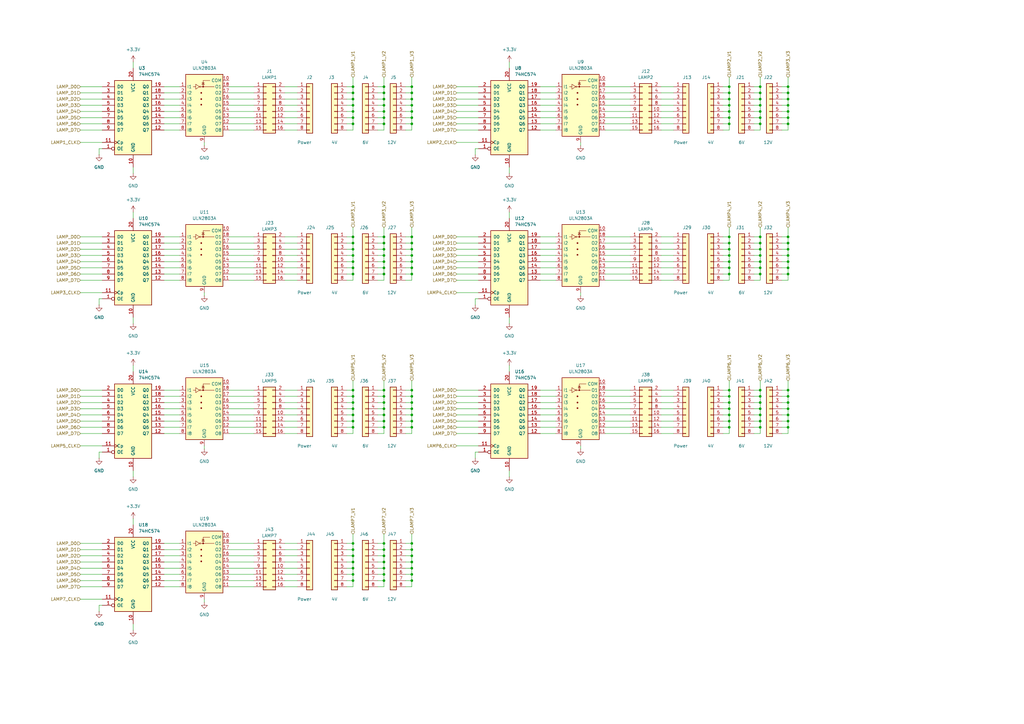
<source format=kicad_sch>
(kicad_sch (version 20231120) (generator "eeschema") (generator_version "8.0")
  (paper "A3")
  (junction (at 144.78 45.72))
  (junction (at 299.085 167.64))
  (junction (at 144.78 48.26))
  (junction (at 323.215 175.26))
  (junction (at 144.78 225.425))
  (junction (at 323.215 170.18))
  (junction (at 299.085 112.395))
  (junction (at 323.215 104.775))
  (junction (at 144.78 38.1))
  (junction (at 299.085 35.56))
  (junction (at 144.78 167.64))
  (junction (at 299.085 48.26))
  (junction (at 157.48 160.02))
  (junction (at 311.785 35.56))
  (junction (at 323.215 112.395))
  (junction (at 144.78 40.64))
  (junction (at 144.78 235.585))
  (junction (at 157.48 99.695))
  (junction (at 144.78 112.395))
  (junction (at 157.48 104.775))
  (junction (at 168.91 48.26))
  (junction (at 311.785 40.64))
  (junction (at 299.085 162.56))
  (junction (at 144.78 43.18))
  (junction (at 311.785 167.64))
  (junction (at 168.91 109.855))
  (junction (at 311.785 99.695))
  (junction (at 144.78 233.045))
  (junction (at 323.215 50.8))
  (junction (at 157.48 235.585))
  (junction (at 299.085 102.235))
  (junction (at 323.215 167.64))
  (junction (at 144.78 107.315))
  (junction (at 311.785 104.775))
  (junction (at 144.78 175.26))
  (junction (at 157.48 109.855))
  (junction (at 168.91 167.64))
  (junction (at 168.91 99.695))
  (junction (at 168.91 35.56))
  (junction (at 144.78 162.56))
  (junction (at 168.91 45.72))
  (junction (at 311.785 162.56))
  (junction (at 157.48 167.64))
  (junction (at 299.085 107.315))
  (junction (at 144.78 104.775))
  (junction (at 157.48 35.56))
  (junction (at 311.785 172.72))
  (junction (at 299.085 45.72))
  (junction (at 144.78 102.235))
  (junction (at 168.91 227.965))
  (junction (at 168.91 235.585))
  (junction (at 144.78 35.56))
  (junction (at 157.48 230.505))
  (junction (at 157.48 48.26))
  (junction (at 299.085 43.18))
  (junction (at 323.215 35.56))
  (junction (at 157.48 175.26))
  (junction (at 168.91 172.72))
  (junction (at 157.48 38.1))
  (junction (at 323.215 97.155))
  (junction (at 144.78 222.885))
  (junction (at 168.91 112.395))
  (junction (at 168.91 104.775))
  (junction (at 157.48 238.125))
  (junction (at 323.215 40.64))
  (junction (at 311.785 38.1))
  (junction (at 157.48 40.64))
  (junction (at 168.91 102.235))
  (junction (at 144.78 230.505))
  (junction (at 168.91 160.02))
  (junction (at 299.085 170.18))
  (junction (at 168.91 170.18))
  (junction (at 168.91 233.045))
  (junction (at 157.48 102.235))
  (junction (at 299.085 175.26))
  (junction (at 311.785 45.72))
  (junction (at 299.085 172.72))
  (junction (at 144.78 165.1))
  (junction (at 311.785 48.26))
  (junction (at 168.91 230.505))
  (junction (at 311.785 107.315))
  (junction (at 144.78 50.8))
  (junction (at 157.48 165.1))
  (junction (at 311.785 160.02))
  (junction (at 168.91 165.1))
  (junction (at 144.78 160.02))
  (junction (at 299.085 97.155))
  (junction (at 299.085 109.855))
  (junction (at 311.785 43.18))
  (junction (at 299.085 99.695))
  (junction (at 168.91 38.1))
  (junction (at 299.085 38.1))
  (junction (at 311.785 170.18))
  (junction (at 168.91 238.125))
  (junction (at 323.215 109.855))
  (junction (at 311.785 175.26))
  (junction (at 323.215 48.26))
  (junction (at 299.085 165.1))
  (junction (at 168.91 225.425))
  (junction (at 299.085 50.8))
  (junction (at 299.085 104.775))
  (junction (at 299.085 160.02))
  (junction (at 311.785 109.855))
  (junction (at 168.91 97.155))
  (junction (at 144.78 238.125))
  (junction (at 168.91 50.8))
  (junction (at 299.085 40.64))
  (junction (at 157.48 43.18))
  (junction (at 144.78 109.855))
  (junction (at 323.215 43.18))
  (junction (at 157.48 162.56))
  (junction (at 157.48 50.8))
  (junction (at 311.785 102.235))
  (junction (at 168.91 175.26))
  (junction (at 157.48 45.72))
  (junction (at 323.215 107.315))
  (junction (at 168.91 107.315))
  (junction (at 323.215 45.72))
  (junction (at 157.48 172.72))
  (junction (at 168.91 222.885))
  (junction (at 168.91 43.18))
  (junction (at 323.215 38.1))
  (junction (at 157.48 233.045))
  (junction (at 311.785 50.8))
  (junction (at 168.91 162.56))
  (junction (at 144.78 170.18))
  (junction (at 157.48 170.18))
  (junction (at 168.91 40.64))
  (junction (at 311.785 97.155))
  (junction (at 311.785 165.1))
  (junction (at 323.215 172.72))
  (junction (at 157.48 97.155))
  (junction (at 323.215 102.235))
  (junction (at 311.785 112.395))
  (junction (at 157.48 227.965))
  (junction (at 323.215 165.1))
  (junction (at 323.215 99.695))
  (junction (at 157.48 225.425))
  (junction (at 323.215 162.56))
  (junction (at 144.78 227.965))
  (junction (at 144.78 172.72))
  (junction (at 144.78 97.155))
  (junction (at 157.48 112.395))
  (junction (at 157.48 107.315))
  (junction (at 323.215 160.02))
  (junction (at 144.78 99.695))
  (junction (at 157.48 222.885))
  (wire (pts (xy 33.02 227.965) (xy 41.91 227.965)))
  (wire (pts (xy 221.615 167.64) (xy 227.965 167.64)))
  (wire (pts (xy 142.24 162.56) (xy 144.78 162.56)))
  (wire (pts (xy 221.615 165.1) (xy 227.965 165.1)))
  (wire (pts (xy 166.37 38.1) (xy 168.91 38.1)))
  (wire (pts (xy 166.37 53.34) (xy 168.91 53.34)))
  (wire (pts (xy 296.545 112.395) (xy 299.085 112.395)))
  (wire (pts (xy 309.245 107.315) (xy 311.785 107.315)))
  (wire (pts (xy 309.245 53.34) (xy 311.785 53.34)))
  (wire (pts (xy 154.94 227.965) (xy 157.48 227.965)))
  (wire (pts (xy 33.02 104.775) (xy 41.91 104.775)))
  (wire (pts (xy 194.945 187.96) (xy 194.945 185.42)))
  (wire (pts (xy 67.31 40.64) (xy 73.66 40.64)))
  (wire (pts (xy 168.91 225.425) (xy 168.91 227.965)))
  (wire (pts (xy 116.84 104.775) (xy 121.92 104.775)))
  (wire (pts (xy 93.98 167.64) (xy 104.14 167.64)))
  (wire (pts (xy 144.78 240.665) (xy 144.78 238.125)))
  (wire (pts (xy 168.91 97.155) (xy 168.91 99.695)))
  (wire (pts (xy 40.64 248.285) (xy 41.91 248.285)))
  (wire (pts (xy 67.31 233.045) (xy 73.66 233.045)))
  (wire (pts (xy 296.545 167.64) (xy 299.085 167.64)))
  (wire (pts (xy 309.245 35.56) (xy 311.785 35.56)))
  (wire (pts (xy 221.615 53.34) (xy 227.965 53.34)))
  (wire (pts (xy 67.31 97.155) (xy 73.66 97.155)))
  (wire (pts (xy 311.785 43.18) (xy 311.785 40.64)))
  (wire (pts (xy 320.675 35.56) (xy 323.215 35.56)))
  (wire (pts (xy 168.91 40.64) (xy 168.91 43.18)))
  (wire (pts (xy 142.24 104.775) (xy 144.78 104.775)))
  (wire (pts (xy 93.98 238.125) (xy 104.14 238.125)))
  (wire (pts (xy 154.94 162.56) (xy 157.48 162.56)))
  (wire (pts (xy 271.145 172.72) (xy 276.225 172.72)))
  (wire (pts (xy 166.37 99.695) (xy 168.91 99.695)))
  (wire (pts (xy 309.245 172.72) (xy 311.785 172.72)))
  (wire (pts (xy 154.94 107.315) (xy 157.48 107.315)))
  (wire (pts (xy 187.325 40.64) (xy 196.215 40.64)))
  (wire (pts (xy 154.94 45.72) (xy 157.48 45.72)))
  (wire (pts (xy 166.37 104.775) (xy 168.91 104.775)))
  (wire (pts (xy 40.64 63.5) (xy 40.64 60.96)))
  (wire (pts (xy 142.24 45.72) (xy 144.78 45.72)))
  (wire (pts (xy 116.84 160.02) (xy 121.92 160.02)))
  (wire (pts (xy 271.145 177.8) (xy 276.225 177.8)))
  (wire (pts (xy 168.91 35.56) (xy 168.91 38.1)))
  (wire (pts (xy 166.37 167.64) (xy 168.91 167.64)))
  (wire (pts (xy 154.94 48.26) (xy 157.48 48.26)))
  (wire (pts (xy 168.91 175.26) (xy 168.91 177.8)))
  (wire (pts (xy 296.545 165.1) (xy 299.085 165.1)))
  (wire (pts (xy 296.545 48.26) (xy 299.085 48.26)))
  (wire (pts (xy 142.24 240.665) (xy 144.78 240.665)))
  (wire (pts (xy 299.085 162.56) (xy 299.085 160.02)))
  (wire (pts (xy 116.84 177.8) (xy 121.92 177.8)))
  (wire (pts (xy 116.84 165.1) (xy 121.92 165.1)))
  (wire (pts (xy 309.245 170.18) (xy 311.785 170.18)))
  (wire (pts (xy 33.02 97.155) (xy 41.91 97.155)))
  (wire (pts (xy 323.215 45.72) (xy 323.215 48.26)))
  (wire (pts (xy 142.24 225.425) (xy 144.78 225.425)))
  (wire (pts (xy 154.94 238.125) (xy 157.48 238.125)))
  (wire (pts (xy 67.31 43.18) (xy 73.66 43.18)))
  (wire (pts (xy 296.545 40.64) (xy 299.085 40.64)))
  (wire (pts (xy 323.215 167.64) (xy 323.215 170.18)))
  (wire (pts (xy 323.215 93.345) (xy 323.215 97.155)))
  (wire (pts (xy 116.84 162.56) (xy 121.92 162.56)))
  (wire (pts (xy 323.215 112.395) (xy 323.215 114.935)))
  (wire (pts (xy 309.245 165.1) (xy 311.785 165.1)))
  (wire (pts (xy 144.78 170.18) (xy 144.78 167.64)))
  (wire (pts (xy 144.78 38.1) (xy 144.78 35.56)))
  (wire (pts (xy 33.02 45.72) (xy 41.91 45.72)))
  (wire (pts (xy 238.125 120.015) (xy 238.125 121.285)))
  (wire (pts (xy 116.84 53.34) (xy 121.92 53.34)))
  (wire (pts (xy 33.02 102.235) (xy 41.91 102.235)))
  (wire (pts (xy 166.37 233.045) (xy 168.91 233.045)))
  (wire (pts (xy 33.02 245.745) (xy 41.91 245.745)))
  (wire (pts (xy 67.31 222.885) (xy 73.66 222.885)))
  (wire (pts (xy 142.24 109.855) (xy 144.78 109.855)))
  (wire (pts (xy 166.37 170.18) (xy 168.91 170.18)))
  (wire (pts (xy 323.215 40.64) (xy 323.215 43.18)))
  (wire (pts (xy 296.545 170.18) (xy 299.085 170.18)))
  (wire (pts (xy 157.48 109.855) (xy 157.48 107.315)))
  (wire (pts (xy 320.675 38.1) (xy 323.215 38.1)))
  (wire (pts (xy 67.31 160.02) (xy 73.66 160.02)))
  (wire (pts (xy 248.285 165.1) (xy 258.445 165.1)))
  (wire (pts (xy 93.98 114.935) (xy 104.14 114.935)))
  (wire (pts (xy 154.94 97.155) (xy 157.48 97.155)))
  (wire (pts (xy 54.61 149.86) (xy 54.61 152.4)))
  (wire (pts (xy 166.37 165.1) (xy 168.91 165.1)))
  (wire (pts (xy 168.91 227.965) (xy 168.91 230.505)))
  (wire (pts (xy 166.37 225.425) (xy 168.91 225.425)))
  (wire (pts (xy 311.785 38.1) (xy 311.785 35.56)))
  (wire (pts (xy 320.675 99.695) (xy 323.215 99.695)))
  (wire (pts (xy 166.37 238.125) (xy 168.91 238.125)))
  (wire (pts (xy 296.545 107.315) (xy 299.085 107.315)))
  (wire (pts (xy 221.615 40.64) (xy 227.965 40.64)))
  (wire (pts (xy 296.545 43.18) (xy 299.085 43.18)))
  (wire (pts (xy 311.785 50.8) (xy 311.785 48.26)))
  (wire (pts (xy 309.245 50.8) (xy 311.785 50.8)))
  (wire (pts (xy 248.285 170.18) (xy 258.445 170.18)))
  (wire (pts (xy 168.91 93.345) (xy 168.91 97.155)))
  (wire (pts (xy 93.98 162.56) (xy 104.14 162.56)))
  (wire (pts (xy 33.02 38.1) (xy 41.91 38.1)))
  (wire (pts (xy 221.615 50.8) (xy 227.965 50.8)))
  (wire (pts (xy 221.615 45.72) (xy 227.965 45.72)))
  (wire (pts (xy 154.94 165.1) (xy 157.48 165.1)))
  (wire (pts (xy 320.675 43.18) (xy 323.215 43.18)))
  (wire (pts (xy 83.82 58.42) (xy 83.82 59.69)))
  (wire (pts (xy 166.37 162.56) (xy 168.91 162.56)))
  (wire (pts (xy 299.085 167.64) (xy 299.085 165.1)))
  (wire (pts (xy 144.78 109.855) (xy 144.78 107.315)))
  (wire (pts (xy 299.085 104.775) (xy 299.085 102.235)))
  (wire (pts (xy 116.84 233.045) (xy 121.92 233.045)))
  (wire (pts (xy 142.24 160.02) (xy 144.78 160.02)))
  (wire (pts (xy 168.91 109.855) (xy 168.91 112.395)))
  (wire (pts (xy 323.215 97.155) (xy 323.215 99.695)))
  (wire (pts (xy 33.02 172.72) (xy 41.91 172.72)))
  (wire (pts (xy 296.545 38.1) (xy 299.085 38.1)))
  (wire (pts (xy 142.24 172.72) (xy 144.78 172.72)))
  (wire (pts (xy 54.61 255.905) (xy 54.61 258.445)))
  (wire (pts (xy 67.31 227.965) (xy 73.66 227.965)))
  (wire (pts (xy 296.545 109.855) (xy 299.085 109.855)))
  (wire (pts (xy 154.94 104.775) (xy 157.48 104.775)))
  (wire (pts (xy 144.78 233.045) (xy 144.78 230.505)))
  (wire (pts (xy 93.98 109.855) (xy 104.14 109.855)))
  (wire (pts (xy 154.94 230.505) (xy 157.48 230.505)))
  (wire (pts (xy 271.145 45.72) (xy 276.225 45.72)))
  (wire (pts (xy 67.31 48.26) (xy 73.66 48.26)))
  (wire (pts (xy 248.285 107.315) (xy 258.445 107.315)))
  (wire (pts (xy 157.48 97.155) (xy 157.48 93.345)))
  (wire (pts (xy 221.615 38.1) (xy 227.965 38.1)))
  (wire (pts (xy 116.84 50.8) (xy 121.92 50.8)))
  (wire (pts (xy 187.325 35.56) (xy 196.215 35.56)))
  (wire (pts (xy 116.84 48.26) (xy 121.92 48.26)))
  (wire (pts (xy 54.61 86.995) (xy 54.61 89.535)))
  (wire (pts (xy 311.785 48.26) (xy 311.785 45.72)))
  (wire (pts (xy 93.98 40.64) (xy 104.14 40.64)))
  (wire (pts (xy 311.785 104.775) (xy 311.785 102.235)))
  (wire (pts (xy 83.82 182.88) (xy 83.82 184.15)))
  (wire (pts (xy 299.085 99.695) (xy 299.085 97.155)))
  (wire (pts (xy 221.615 48.26) (xy 227.965 48.26)))
  (wire (pts (xy 144.78 102.235) (xy 144.78 99.695)))
  (wire (pts (xy 154.94 167.64) (xy 157.48 167.64)))
  (wire (pts (xy 248.285 160.02) (xy 258.445 160.02)))
  (wire (pts (xy 40.64 187.96) (xy 40.64 185.42)))
  (wire (pts (xy 144.78 107.315) (xy 144.78 104.775)))
  (wire (pts (xy 309.245 160.02) (xy 311.785 160.02)))
  (wire (pts (xy 67.31 172.72) (xy 73.66 172.72)))
  (wire (pts (xy 271.145 160.02) (xy 276.225 160.02)))
  (wire (pts (xy 166.37 160.02) (xy 168.91 160.02)))
  (wire (pts (xy 271.145 170.18) (xy 276.225 170.18)))
  (wire (pts (xy 144.78 219.075) (xy 144.78 222.885)))
  (wire (pts (xy 320.675 160.02) (xy 323.215 160.02)))
  (wire (pts (xy 296.545 45.72) (xy 299.085 45.72)))
  (wire (pts (xy 157.48 177.8) (xy 157.48 175.26)))
  (wire (pts (xy 116.84 172.72) (xy 121.92 172.72)))
  (wire (pts (xy 54.61 25.4) (xy 54.61 27.94)))
  (wire (pts (xy 221.615 114.935) (xy 227.965 114.935)))
  (wire (pts (xy 296.545 50.8) (xy 299.085 50.8)))
  (wire (pts (xy 299.085 40.64) (xy 299.085 38.1)))
  (wire (pts (xy 154.94 50.8) (xy 157.48 50.8)))
  (wire (pts (xy 221.615 160.02) (xy 227.965 160.02)))
  (wire (pts (xy 33.02 50.8) (xy 41.91 50.8)))
  (wire (pts (xy 248.285 177.8) (xy 258.445 177.8)))
  (wire (pts (xy 93.98 107.315) (xy 104.14 107.315)))
  (wire (pts (xy 271.145 99.695) (xy 276.225 99.695)))
  (wire (pts (xy 142.24 175.26) (xy 144.78 175.26)))
  (wire (pts (xy 33.02 48.26) (xy 41.91 48.26)))
  (wire (pts (xy 154.94 225.425) (xy 157.48 225.425)))
  (wire (pts (xy 208.915 68.58) (xy 208.915 71.12)))
  (wire (pts (xy 166.37 235.585) (xy 168.91 235.585)))
  (wire (pts (xy 33.02 58.42) (xy 41.91 58.42)))
  (wire (pts (xy 311.785 107.315) (xy 311.785 104.775)))
  (wire (pts (xy 157.48 240.665) (xy 157.48 238.125)))
  (wire (pts (xy 296.545 175.26) (xy 299.085 175.26)))
  (wire (pts (xy 67.31 240.665) (xy 73.66 240.665)))
  (wire (pts (xy 93.98 38.1) (xy 104.14 38.1)))
  (wire (pts (xy 154.94 172.72) (xy 157.48 172.72)))
  (wire (pts (xy 187.325 160.02) (xy 196.215 160.02)))
  (wire (pts (xy 187.325 48.26) (xy 196.215 48.26)))
  (wire (pts (xy 142.24 107.315) (xy 144.78 107.315)))
  (wire (pts (xy 309.245 162.56) (xy 311.785 162.56)))
  (wire (pts (xy 144.78 53.34) (xy 144.78 50.8)))
  (wire (pts (xy 93.98 222.885) (xy 104.14 222.885)))
  (wire (pts (xy 33.02 99.695) (xy 41.91 99.695)))
  (wire (pts (xy 187.325 172.72) (xy 196.215 172.72)))
  (wire (pts (xy 154.94 175.26) (xy 157.48 175.26)))
  (wire (pts (xy 311.785 114.935) (xy 311.785 112.395)))
  (wire (pts (xy 142.24 35.56) (xy 144.78 35.56)))
  (wire (pts (xy 116.84 35.56) (xy 121.92 35.56)))
  (wire (pts (xy 168.91 170.18) (xy 168.91 172.72)))
  (wire (pts (xy 248.285 43.18) (xy 258.445 43.18)))
  (wire (pts (xy 221.615 97.155) (xy 227.965 97.155)))
  (wire (pts (xy 323.215 31.75) (xy 323.215 35.56)))
  (wire (pts (xy 166.37 35.56) (xy 168.91 35.56)))
  (wire (pts (xy 208.915 149.86) (xy 208.915 152.4)))
  (wire (pts (xy 168.91 43.18) (xy 168.91 45.72)))
  (wire (pts (xy 299.085 156.21) (xy 299.085 160.02)))
  (wire (pts (xy 309.245 43.18) (xy 311.785 43.18)))
  (wire (pts (xy 271.145 48.26) (xy 276.225 48.26)))
  (wire (pts (xy 309.245 104.775) (xy 311.785 104.775)))
  (wire (pts (xy 33.02 43.18) (xy 41.91 43.18)))
  (wire (pts (xy 116.84 114.935) (xy 121.92 114.935)))
  (wire (pts (xy 299.085 43.18) (xy 299.085 40.64)))
  (wire (pts (xy 67.31 104.775) (xy 73.66 104.775)))
  (wire (pts (xy 323.215 175.26) (xy 323.215 177.8)))
  (wire (pts (xy 67.31 109.855) (xy 73.66 109.855)))
  (wire (pts (xy 168.91 219.075) (xy 168.91 222.885)))
  (wire (pts (xy 144.78 99.695) (xy 144.78 97.155)))
  (wire (pts (xy 248.285 112.395) (xy 258.445 112.395)))
  (wire (pts (xy 116.84 97.155) (xy 121.92 97.155)))
  (wire (pts (xy 271.145 109.855) (xy 276.225 109.855)))
  (wire (pts (xy 299.085 170.18) (xy 299.085 167.64)))
  (wire (pts (xy 323.215 165.1) (xy 323.215 167.64)))
  (wire (pts (xy 116.84 107.315) (xy 121.92 107.315)))
  (wire (pts (xy 157.48 167.64) (xy 157.48 165.1)))
  (wire (pts (xy 166.37 40.64) (xy 168.91 40.64)))
  (wire (pts (xy 33.02 40.64) (xy 41.91 40.64)))
  (wire (pts (xy 299.085 45.72) (xy 299.085 43.18)))
  (wire (pts (xy 67.31 53.34) (xy 73.66 53.34)))
  (wire (pts (xy 93.98 104.775) (xy 104.14 104.775)))
  (wire (pts (xy 166.37 50.8) (xy 168.91 50.8)))
  (wire (pts (xy 142.24 167.64) (xy 144.78 167.64)))
  (wire (pts (xy 299.085 102.235) (xy 299.085 99.695)))
  (wire (pts (xy 116.84 43.18) (xy 121.92 43.18)))
  (wire (pts (xy 296.545 53.34) (xy 299.085 53.34)))
  (wire (pts (xy 168.91 235.585) (xy 168.91 238.125)))
  (wire (pts (xy 144.78 112.395) (xy 144.78 109.855)))
  (wire (pts (xy 309.245 45.72) (xy 311.785 45.72)))
  (wire (pts (xy 221.615 172.72) (xy 227.965 172.72)))
  (wire (pts (xy 144.78 167.64) (xy 144.78 165.1)))
  (wire (pts (xy 83.82 245.745) (xy 83.82 247.015)))
  (wire (pts (xy 168.91 222.885) (xy 168.91 225.425)))
  (wire (pts (xy 168.91 165.1) (xy 168.91 167.64)))
  (wire (pts (xy 238.125 182.88) (xy 238.125 184.15)))
  (wire (pts (xy 166.37 45.72) (xy 168.91 45.72)))
  (wire (pts (xy 142.24 38.1) (xy 144.78 38.1)))
  (wire (pts (xy 299.085 48.26) (xy 299.085 45.72)))
  (wire (pts (xy 93.98 102.235) (xy 104.14 102.235)))
  (wire (pts (xy 166.37 43.18) (xy 168.91 43.18)))
  (wire (pts (xy 154.94 53.34) (xy 157.48 53.34)))
  (wire (pts (xy 157.48 107.315) (xy 157.48 104.775)))
  (wire (pts (xy 142.24 97.155) (xy 144.78 97.155)))
  (wire (pts (xy 40.64 185.42) (xy 41.91 185.42)))
  (wire (pts (xy 166.37 230.505) (xy 168.91 230.505)))
  (wire (pts (xy 154.94 102.235) (xy 157.48 102.235)))
  (wire (pts (xy 116.84 102.235) (xy 121.92 102.235)))
  (wire (pts (xy 221.615 162.56) (xy 227.965 162.56)))
  (wire (pts (xy 83.82 120.015) (xy 83.82 121.285)))
  (wire (pts (xy 248.285 109.855) (xy 258.445 109.855)))
  (wire (pts (xy 323.215 48.26) (xy 323.215 50.8)))
  (wire (pts (xy 309.245 40.64) (xy 311.785 40.64)))
  (wire (pts (xy 157.48 40.64) (xy 157.48 38.1)))
  (wire (pts (xy 54.61 68.58) (xy 54.61 71.12)))
  (wire (pts (xy 323.215 170.18) (xy 323.215 172.72)))
  (wire (pts (xy 93.98 53.34) (xy 104.14 53.34)))
  (wire (pts (xy 168.91 45.72) (xy 168.91 48.26)))
  (wire (pts (xy 296.545 35.56) (xy 299.085 35.56)))
  (wire (pts (xy 187.325 114.935) (xy 196.215 114.935)))
  (wire (pts (xy 194.945 122.555) (xy 196.215 122.555)))
  (wire (pts (xy 309.245 102.235) (xy 311.785 102.235)))
  (wire (pts (xy 154.94 233.045) (xy 157.48 233.045)))
  (wire (pts (xy 296.545 104.775) (xy 299.085 104.775)))
  (wire (pts (xy 166.37 109.855) (xy 168.91 109.855)))
  (wire (pts (xy 168.91 172.72) (xy 168.91 175.26)))
  (wire (pts (xy 320.675 48.26) (xy 323.215 48.26)))
  (wire (pts (xy 271.145 104.775) (xy 276.225 104.775)))
  (wire (pts (xy 271.145 167.64) (xy 276.225 167.64)))
  (wire (pts (xy 248.285 48.26) (xy 258.445 48.26)))
  (wire (pts (xy 144.78 104.775) (xy 144.78 102.235)))
  (wire (pts (xy 166.37 177.8) (xy 168.91 177.8)))
  (wire (pts (xy 67.31 114.935) (xy 73.66 114.935)))
  (wire (pts (xy 142.24 48.26) (xy 144.78 48.26)))
  (wire (pts (xy 320.675 50.8) (xy 323.215 50.8)))
  (wire (pts (xy 93.98 235.585) (xy 104.14 235.585)))
  (wire (pts (xy 157.48 114.935) (xy 157.48 112.395)))
  (wire (pts (xy 271.145 107.315) (xy 276.225 107.315)))
  (wire (pts (xy 296.545 162.56) (xy 299.085 162.56)))
  (wire (pts (xy 248.285 35.56) (xy 258.445 35.56)))
  (wire (pts (xy 309.245 177.8) (xy 311.785 177.8)))
  (wire (pts (xy 166.37 114.935) (xy 168.91 114.935)))
  (wire (pts (xy 271.145 114.935) (xy 276.225 114.935)))
  (wire (pts (xy 116.84 45.72) (xy 121.92 45.72)))
  (wire (pts (xy 93.98 99.695) (xy 104.14 99.695)))
  (wire (pts (xy 154.94 235.585) (xy 157.48 235.585)))
  (wire (pts (xy 320.675 165.1) (xy 323.215 165.1)))
  (wire (pts (xy 221.615 102.235) (xy 227.965 102.235)))
  (wire (pts (xy 187.325 109.855) (xy 196.215 109.855)))
  (wire (pts (xy 271.145 175.26) (xy 276.225 175.26)))
  (wire (pts (xy 248.285 45.72) (xy 258.445 45.72)))
  (wire (pts (xy 142.24 222.885) (xy 144.78 222.885)))
  (wire (pts (xy 168.91 50.8) (xy 168.91 53.34)))
  (wire (pts (xy 187.325 99.695) (xy 196.215 99.695)))
  (wire (pts (xy 144.78 227.965) (xy 144.78 225.425)))
  (wire (pts (xy 320.675 162.56) (xy 323.215 162.56)))
  (wire (pts (xy 144.78 45.72) (xy 144.78 43.18)))
  (wire (pts (xy 187.325 45.72) (xy 196.215 45.72)))
  (wire (pts (xy 311.785 97.155) (xy 311.785 93.345)))
  (wire (pts (xy 157.48 162.56) (xy 157.48 160.02)))
  (wire (pts (xy 67.31 99.695) (xy 73.66 99.695)))
  (wire (pts (xy 320.675 102.235) (xy 323.215 102.235)))
  (wire (pts (xy 157.48 104.775) (xy 157.48 102.235)))
  (wire (pts (xy 323.215 99.695) (xy 323.215 102.235)))
  (wire (pts (xy 142.24 114.935) (xy 144.78 114.935)))
  (wire (pts (xy 93.98 35.56) (xy 104.14 35.56)))
  (wire (pts (xy 33.02 230.505) (xy 41.91 230.505)))
  (wire (pts (xy 323.215 102.235) (xy 323.215 104.775)))
  (wire (pts (xy 168.91 48.26) (xy 168.91 50.8)))
  (wire (pts (xy 221.615 35.56) (xy 227.965 35.56)))
  (wire (pts (xy 166.37 222.885) (xy 168.91 222.885)))
  (wire (pts (xy 309.245 97.155) (xy 311.785 97.155)))
  (wire (pts (xy 93.98 112.395) (xy 104.14 112.395)))
  (wire (pts (xy 33.02 165.1) (xy 41.91 165.1)))
  (wire (pts (xy 157.48 160.02) (xy 157.48 156.21)))
  (wire (pts (xy 248.285 104.775) (xy 258.445 104.775)))
  (wire (pts (xy 33.02 175.26) (xy 41.91 175.26)))
  (wire (pts (xy 221.615 170.18) (xy 227.965 170.18)))
  (wire (pts (xy 116.84 235.585) (xy 121.92 235.585)))
  (wire (pts (xy 311.785 112.395) (xy 311.785 109.855)))
  (wire (pts (xy 309.245 114.935) (xy 311.785 114.935)))
  (wire (pts (xy 187.325 43.18) (xy 196.215 43.18)))
  (wire (pts (xy 208.915 25.4) (xy 208.915 27.94)))
  (wire (pts (xy 144.78 177.8) (xy 144.78 175.26)))
  (wire (pts (xy 296.545 160.02) (xy 299.085 160.02)))
  (wire (pts (xy 320.675 45.72) (xy 323.215 45.72)))
  (wire (pts (xy 187.325 104.775) (xy 196.215 104.775)))
  (wire (pts (xy 248.285 50.8) (xy 258.445 50.8)))
  (wire (pts (xy 248.285 40.64) (xy 258.445 40.64)))
  (wire (pts (xy 248.285 114.935) (xy 258.445 114.935)))
  (wire (pts (xy 93.98 177.8) (xy 104.14 177.8)))
  (wire (pts (xy 33.02 160.02) (xy 41.91 160.02)))
  (wire (pts (xy 144.78 162.56) (xy 144.78 160.02)))
  (wire (pts (xy 323.215 104.775) (xy 323.215 107.315)))
  (wire (pts (xy 67.31 38.1) (xy 73.66 38.1)))
  (wire (pts (xy 248.285 97.155) (xy 258.445 97.155)))
  (wire (pts (xy 296.545 99.695) (xy 299.085 99.695)))
  (wire (pts (xy 33.02 238.125) (xy 41.91 238.125)))
  (wire (pts (xy 320.675 40.64) (xy 323.215 40.64)))
  (wire (pts (xy 311.785 99.695) (xy 311.785 97.155)))
  (wire (pts (xy 157.48 233.045) (xy 157.48 230.505)))
  (wire (pts (xy 166.37 102.235) (xy 168.91 102.235)))
  (wire (pts (xy 93.98 172.72) (xy 104.14 172.72)))
  (wire (pts (xy 157.48 235.585) (xy 157.48 233.045)))
  (wire (pts (xy 271.145 165.1) (xy 276.225 165.1)))
  (wire (pts (xy 311.785 53.34) (xy 311.785 50.8)))
  (wire (pts (xy 33.02 222.885) (xy 41.91 222.885)))
  (wire (pts (xy 144.78 238.125) (xy 144.78 235.585)))
  (wire (pts (xy 67.31 235.585) (xy 73.66 235.585)))
  (wire (pts (xy 299.085 112.395) (xy 299.085 109.855)))
  (wire (pts (xy 166.37 107.315) (xy 168.91 107.315)))
  (wire (pts (xy 323.215 156.21) (xy 323.215 160.02)))
  (wire (pts (xy 187.325 58.42) (xy 196.215 58.42)))
  (wire (pts (xy 320.675 114.935) (xy 323.215 114.935)))
  (wire (pts (xy 144.78 48.26) (xy 144.78 45.72)))
  (wire (pts (xy 187.325 53.34) (xy 196.215 53.34)))
  (wire (pts (xy 187.325 162.56) (xy 196.215 162.56)))
  (wire (pts (xy 311.785 170.18) (xy 311.785 167.64)))
  (wire (pts (xy 144.78 93.345) (xy 144.78 97.155)))
  (wire (pts (xy 299.085 107.315) (xy 299.085 104.775)))
  (wire (pts (xy 187.325 167.64) (xy 196.215 167.64)))
  (wire (pts (xy 54.61 212.725) (xy 54.61 215.265)))
  (wire (pts (xy 271.145 102.235) (xy 276.225 102.235)))
  (wire (pts (xy 166.37 112.395) (xy 168.91 112.395)))
  (wire (pts (xy 67.31 102.235) (xy 73.66 102.235)))
  (wire (pts (xy 309.245 99.695) (xy 311.785 99.695)))
  (wire (pts (xy 157.48 50.8) (xy 157.48 48.26)))
  (wire (pts (xy 311.785 40.64) (xy 311.785 38.1)))
  (wire (pts (xy 33.02 240.665) (xy 41.91 240.665)))
  (wire (pts (xy 142.24 102.235) (xy 144.78 102.235)))
  (wire (pts (xy 157.48 48.26) (xy 157.48 45.72)))
  (wire (pts (xy 33.02 112.395) (xy 41.91 112.395)))
  (wire (pts (xy 221.615 107.315) (xy 227.965 107.315)))
  (wire (pts (xy 208.915 86.995) (xy 208.915 89.535)))
  (wire (pts (xy 299.085 114.935) (xy 299.085 112.395)))
  (wire (pts (xy 309.245 109.855) (xy 311.785 109.855)))
  (wire (pts (xy 33.02 120.015) (xy 41.91 120.015)))
  (wire (pts (xy 187.325 102.235) (xy 196.215 102.235)))
  (wire (pts (xy 33.02 53.34) (xy 41.91 53.34)))
  (wire (pts (xy 320.675 109.855) (xy 323.215 109.855)))
  (wire (pts (xy 144.78 43.18) (xy 144.78 40.64)))
  (wire (pts (xy 168.91 230.505) (xy 168.91 233.045)))
  (wire (pts (xy 157.48 43.18) (xy 157.48 40.64)))
  (wire (pts (xy 33.02 177.8) (xy 41.91 177.8)))
  (wire (pts (xy 221.615 43.18) (xy 227.965 43.18)))
  (wire (pts (xy 311.785 172.72) (xy 311.785 170.18)))
  (wire (pts (xy 33.02 233.045) (xy 41.91 233.045)))
  (wire (pts (xy 93.98 160.02) (xy 104.14 160.02)))
  (wire (pts (xy 168.91 99.695) (xy 168.91 102.235)))
  (wire (pts (xy 116.84 167.64) (xy 121.92 167.64)))
  (wire (pts (xy 194.945 63.5) (xy 194.945 60.96)))
  (wire (pts (xy 157.48 227.965) (xy 157.48 225.425)))
  (wire (pts (xy 142.24 112.395) (xy 144.78 112.395)))
  (wire (pts (xy 33.02 235.585) (xy 41.91 235.585)))
  (wire (pts (xy 166.37 240.665) (xy 168.91 240.665)))
  (wire (pts (xy 154.94 109.855) (xy 157.48 109.855)))
  (wire (pts (xy 187.325 165.1) (xy 196.215 165.1)))
  (wire (pts (xy 320.675 112.395) (xy 323.215 112.395)))
  (wire (pts (xy 248.285 53.34) (xy 258.445 53.34)))
  (wire (pts (xy 166.37 175.26) (xy 168.91 175.26)))
  (wire (pts (xy 54.61 193.04) (xy 54.61 195.58)))
  (wire (pts (xy 320.675 175.26) (xy 323.215 175.26)))
  (wire (pts (xy 154.94 35.56) (xy 157.48 35.56)))
  (wire (pts (xy 311.785 165.1) (xy 311.785 162.56)))
  (wire (pts (xy 187.325 112.395) (xy 196.215 112.395)))
  (wire (pts (xy 67.31 162.56) (xy 73.66 162.56)))
  (wire (pts (xy 309.245 167.64) (xy 311.785 167.64)))
  (wire (pts (xy 67.31 167.64) (xy 73.66 167.64)))
  (wire (pts (xy 40.64 250.825) (xy 40.64 248.285)))
  (wire (pts (xy 93.98 48.26) (xy 104.14 48.26)))
  (wire (pts (xy 296.545 102.235) (xy 299.085 102.235)))
  (wire (pts (xy 221.615 104.775) (xy 227.965 104.775)))
  (wire (pts (xy 166.37 172.72) (xy 168.91 172.72)))
  (wire (pts (xy 154.94 114.935) (xy 157.48 114.935)))
  (wire (pts (xy 142.24 235.585) (xy 144.78 235.585)))
  (wire (pts (xy 320.675 167.64) (xy 323.215 167.64)))
  (wire (pts (xy 320.675 170.18) (xy 323.215 170.18)))
  (wire (pts (xy 157.48 35.56) (xy 157.48 31.75)))
  (wire (pts (xy 93.98 165.1) (xy 104.14 165.1)))
  (wire (pts (xy 248.285 167.64) (xy 258.445 167.64)))
  (wire (pts (xy 142.24 40.64) (xy 144.78 40.64)))
  (wire (pts (xy 157.48 112.395) (xy 157.48 109.855)))
  (wire (pts (xy 116.84 112.395) (xy 121.92 112.395)))
  (wire (pts (xy 157.48 165.1) (xy 157.48 162.56)))
  (wire (pts (xy 93.98 50.8) (xy 104.14 50.8)))
  (wire (pts (xy 142.24 50.8) (xy 144.78 50.8)))
  (wire (pts (xy 309.245 175.26) (xy 311.785 175.26)))
  (wire (pts (xy 296.545 177.8) (xy 299.085 177.8)))
  (wire (pts (xy 157.48 45.72) (xy 157.48 43.18)))
  (wire (pts (xy 144.78 235.585) (xy 144.78 233.045)))
  (wire (pts (xy 142.24 238.125) (xy 144.78 238.125)))
  (wire (pts (xy 67.31 177.8) (xy 73.66 177.8)))
  (wire (pts (xy 93.98 233.045) (xy 104.14 233.045)))
  (wire (pts (xy 67.31 35.56) (xy 73.66 35.56)))
  (wire (pts (xy 157.48 230.505) (xy 157.48 227.965)))
  (wire (pts (xy 116.84 170.18) (xy 121.92 170.18)))
  (wire (pts (xy 33.02 167.64) (xy 41.91 167.64)))
  (wire (pts (xy 187.325 175.26) (xy 196.215 175.26)))
  (wire (pts (xy 271.145 112.395) (xy 276.225 112.395)))
  (wire (pts (xy 33.02 182.88) (xy 41.91 182.88)))
  (wire (pts (xy 157.48 38.1) (xy 157.48 35.56)))
  (wire (pts (xy 187.325 38.1) (xy 196.215 38.1)))
  (wire (pts (xy 116.84 240.665) (xy 121.92 240.665)))
  (wire (pts (xy 296.545 114.935) (xy 299.085 114.935)))
  (wire (pts (xy 271.145 40.64) (xy 276.225 40.64)))
  (wire (pts (xy 157.48 99.695) (xy 157.48 97.155)))
  (wire (pts (xy 144.78 50.8) (xy 144.78 48.26)))
  (wire (pts (xy 168.91 102.235) (xy 168.91 104.775)))
  (wire (pts (xy 299.085 177.8) (xy 299.085 175.26)))
  (wire (pts (xy 168.91 38.1) (xy 168.91 40.64)))
  (wire (pts (xy 33.02 109.855) (xy 41.91 109.855)))
  (wire (pts (xy 93.98 97.155) (xy 104.14 97.155)))
  (wire (pts (xy 142.24 227.965) (xy 144.78 227.965)))
  (wire (pts (xy 187.325 120.015) (xy 196.215 120.015)))
  (wire (pts (xy 248.285 175.26) (xy 258.445 175.26)))
  (wire (pts (xy 323.215 43.18) (xy 323.215 45.72)))
  (wire (pts (xy 144.78 172.72) (xy 144.78 170.18)))
  (wire (pts (xy 116.84 230.505) (xy 121.92 230.505)))
  (wire (pts (xy 168.91 112.395) (xy 168.91 114.935)))
  (wire (pts (xy 116.84 109.855) (xy 121.92 109.855)))
  (wire (pts (xy 320.675 177.8) (xy 323.215 177.8)))
  (wire (pts (xy 33.02 225.425) (xy 41.91 225.425)))
  (wire (pts (xy 154.94 43.18) (xy 157.48 43.18)))
  (wire (pts (xy 187.325 107.315) (xy 196.215 107.315)))
  (wire (pts (xy 271.145 43.18) (xy 276.225 43.18)))
  (wire (pts (xy 299.085 109.855) (xy 299.085 107.315)))
  (wire (pts (xy 271.145 35.56) (xy 276.225 35.56)))
  (wire (pts (xy 248.285 99.695) (xy 258.445 99.695)))
  (wire (pts (xy 142.24 230.505) (xy 144.78 230.505)))
  (wire (pts (xy 168.91 31.75) (xy 168.91 35.56)))
  (wire (pts (xy 144.78 114.935) (xy 144.78 112.395)))
  (wire (pts (xy 67.31 170.18) (xy 73.66 170.18)))
  (wire (pts (xy 271.145 162.56) (xy 276.225 162.56)))
  (wire (pts (xy 116.84 38.1) (xy 121.92 38.1)))
  (wire (pts (xy 116.84 222.885) (xy 121.92 222.885)))
  (wire (pts (xy 166.37 227.965) (xy 168.91 227.965)))
  (wire (pts (xy 154.94 112.395) (xy 157.48 112.395)))
  (wire (pts (xy 238.125 58.42) (xy 238.125 59.69)))
  (wire (pts (xy 154.94 222.885) (xy 157.48 222.885)))
  (wire (pts (xy 93.98 225.425) (xy 104.14 225.425)))
  (wire (pts (xy 187.325 177.8) (xy 196.215 177.8)))
  (wire (pts (xy 168.91 104.775) (xy 168.91 107.315)))
  (wire (pts (xy 54.61 130.175) (xy 54.61 132.715)))
  (wire (pts (xy 116.84 238.125) (xy 121.92 238.125)))
  (wire (pts (xy 67.31 112.395) (xy 73.66 112.395)))
  (wire (pts (xy 208.915 130.175) (xy 208.915 132.715)))
  (wire (pts (xy 33.02 162.56) (xy 41.91 162.56)))
  (wire (pts (xy 116.84 225.425) (xy 121.92 225.425)))
  (wire (pts (xy 221.615 99.695) (xy 227.965 99.695)))
  (wire (pts (xy 116.84 40.64) (xy 121.92 40.64)))
  (wire (pts (xy 93.98 230.505) (xy 104.14 230.505)))
  (wire (pts (xy 154.94 240.665) (xy 157.48 240.665)))
  (wire (pts (xy 144.78 31.75) (xy 144.78 35.56)))
  (wire (pts (xy 93.98 175.26) (xy 104.14 175.26)))
  (wire (pts (xy 157.48 53.34) (xy 157.48 50.8)))
  (wire (pts (xy 271.145 53.34) (xy 276.225 53.34)))
  (wire (pts (xy 221.615 112.395) (xy 227.965 112.395)))
  (wire (pts (xy 142.24 165.1) (xy 144.78 165.1)))
  (wire (pts (xy 168.91 167.64) (xy 168.91 170.18)))
  (wire (pts (xy 296.545 97.155) (xy 299.085 97.155)))
  (wire (pts (xy 311.785 167.64) (xy 311.785 165.1)))
  (wire (pts (xy 168.91 233.045) (xy 168.91 235.585)))
  (wire (pts (xy 309.245 112.395) (xy 311.785 112.395)))
  (wire (pts (xy 320.675 97.155) (xy 323.215 97.155)))
  (wire (pts (xy 309.245 38.1) (xy 311.785 38.1)))
  (wire (pts (xy 299.085 172.72) (xy 299.085 170.18)))
  (wire (pts (xy 248.285 162.56) (xy 258.445 162.56)))
  (wire (pts (xy 168.91 156.21) (xy 168.91 160.02)))
  (wire (pts (xy 157.48 238.125) (xy 157.48 235.585)))
  (wire (pts (xy 323.215 162.56) (xy 323.215 165.1)))
  (wire (pts (xy 299.085 93.345) (xy 299.085 97.155)))
  (wire (pts (xy 323.215 172.72) (xy 323.215 175.26)))
  (wire (pts (xy 320.675 172.72) (xy 323.215 172.72)))
  (wire (pts (xy 323.215 35.56) (xy 323.215 38.1)))
  (wire (pts (xy 67.31 225.425) (xy 73.66 225.425)))
  (wire (pts (xy 33.02 35.56) (xy 41.91 35.56)))
  (wire (pts (xy 166.37 48.26) (xy 168.91 48.26)))
  (wire (pts (xy 154.94 177.8) (xy 157.48 177.8)))
  (wire (pts (xy 154.94 160.02) (xy 157.48 160.02)))
  (wire (pts (xy 248.285 172.72) (xy 258.445 172.72)))
  (wire (pts (xy 323.215 50.8) (xy 323.215 53.34)))
  (wire (pts (xy 311.785 175.26) (xy 311.785 172.72)))
  (wire (pts (xy 144.78 230.505) (xy 144.78 227.965)))
  (wire (pts (xy 40.64 122.555) (xy 41.91 122.555)))
  (wire (pts (xy 157.48 102.235) (xy 157.48 99.695)))
  (wire (pts (xy 168.91 160.02) (xy 168.91 162.56)))
  (wire (pts (xy 323.215 109.855) (xy 323.215 112.395)))
  (wire (pts (xy 271.145 50.8) (xy 276.225 50.8)))
  (wire (pts (xy 144.78 175.26) (xy 144.78 172.72)))
  (wire (pts (xy 157.48 170.18) (xy 157.48 167.64)))
  (wire (pts (xy 194.945 125.095) (xy 194.945 122.555)))
  (wire (pts (xy 154.94 170.18) (xy 157.48 170.18)))
  (wire (pts (xy 311.785 45.72) (xy 311.785 43.18)))
  (wire (pts (xy 33.02 114.935) (xy 41.91 114.935)))
  (wire (pts (xy 33.02 170.18) (xy 41.91 170.18)))
  (wire (pts (xy 323.215 160.02) (xy 323.215 162.56)))
  (wire (pts (xy 194.945 185.42) (xy 196.215 185.42)))
  (wire (pts (xy 93.98 45.72) (xy 104.14 45.72)))
  (wire (pts (xy 311.785 35.56) (xy 311.785 31.75)))
  (wire (pts (xy 154.94 40.64) (xy 157.48 40.64)))
  (wire (pts (xy 33.02 107.315) (xy 41.91 107.315)))
  (wire (pts (xy 157.48 175.26) (xy 157.48 172.72)))
  (wire (pts (xy 67.31 238.125) (xy 73.66 238.125)))
  (wire (pts (xy 320.675 104.775) (xy 323.215 104.775)))
  (wire (pts (xy 320.675 53.34) (xy 323.215 53.34)))
  (wire (pts (xy 248.285 102.235) (xy 258.445 102.235)))
  (wire (pts (xy 320.675 107.315) (xy 323.215 107.315)))
  (wire (pts (xy 187.325 97.155) (xy 196.215 97.155)))
  (wire (pts (xy 40.64 60.96) (xy 41.91 60.96)))
  (wire (pts (xy 93.98 227.965) (xy 104.14 227.965)))
  (wire (pts (xy 67.31 45.72) (xy 73.66 45.72)))
  (wire (pts (xy 311.785 160.02) (xy 311.785 156.21)))
  (wire (pts (xy 144.78 40.64) (xy 144.78 38.1)))
  (wire (pts (xy 144.78 225.425) (xy 144.78 222.885)))
  (wire (pts (xy 311.785 102.235) (xy 311.785 99.695)))
  (wire (pts (xy 142.24 177.8) (xy 144.78 177.8)))
  (wire (pts (xy 116.84 175.26) (xy 121.92 175.26)))
  (wire (pts (xy 208.915 193.04) (xy 208.915 195.58)))
  (wire (pts (xy 67.31 50.8) (xy 73.66 50.8)))
  (wire (pts (xy 93.98 43.18) (xy 104.14 43.18)))
  (wire (pts (xy 157.48 172.72) (xy 157.48 170.18)))
  (wire (pts (xy 144.78 165.1) (xy 144.78 162.56)))
  (wire (pts (xy 67.31 175.26) (xy 73.66 175.26)))
  (wire (pts (xy 323.215 38.1) (xy 323.215 40.64)))
  (wire (pts (xy 157.48 222.885) (xy 157.48 219.075)))
  (wire (pts (xy 299.085 53.34) (xy 299.085 50.8)))
  (wire (pts (xy 116.84 99.695) (xy 121.92 99.695)))
  (wire (pts (xy 142.24 233.045) (xy 144.78 233.045)))
  (wire (pts (xy 168.91 238.125) (xy 168.91 240.665)))
  (wire (pts (xy 299.085 31.75) (xy 299.085 35.56)))
  (wire (pts (xy 93.98 170.18) (xy 104.14 170.18)))
  (wire (pts (xy 221.615 109.855) (xy 227.965 109.855)))
  (wire (pts (xy 116.84 227.965) (xy 121.92 227.965)))
  (wire (pts (xy 40.64 125.095) (xy 40.64 122.555)))
  (wire (pts (xy 299.085 50.8) (xy 299.085 48.26)))
  (wire (pts (xy 168.91 162.56) (xy 168.91 165.1)))
  (wire (pts (xy 221.615 177.8) (xy 227.965 177.8)))
  (wire (pts (xy 311.785 177.8) (xy 311.785 175.26)))
  (wire (pts (xy 168.91 107.315) (xy 168.91 109.855)))
  (wire (pts (xy 299.085 175.26) (xy 299.085 172.72)))
  (wire (pts (xy 271.145 38.1) (xy 276.225 38.1)))
  (wire (pts (xy 311.785 109.855) (xy 311.785 107.315)))
  (wire (pts (xy 154.94 38.1) (xy 157.48 38.1)))
  (wire (pts (xy 157.48 225.425) (xy 157.48 222.885)))
  (wire (pts (xy 299.085 165.1) (xy 299.085 162.56)))
  (wire (pts (xy 221.615 175.26) (xy 227.965 175.26)))
  (wire (pts (xy 311.785 162.56) (xy 311.785 160.02)))
  (wire (pts (xy 187.325 170.18) (xy 196.215 170.18)))
  (wire (pts (xy 323.215 107.315) (xy 323.215 109.855)))
  (wire (pts (xy 309.245 48.26) (xy 311.785 48.26)))
  (wire (pts (xy 142.24 170.18) (xy 144.78 170.18)))
  (wire (pts (xy 142.24 99.695) (xy 144.78 99.695)))
  (wire (pts (xy 299.085 38.1) (xy 299.085 35.56)))
  (wire (pts (xy 166.37 97.155) (xy 168.91 97.155)))
  (wire (pts (xy 187.325 50.8) (xy 196.215 50.8)))
  (wire (pts (xy 67.31 230.505) (xy 73.66 230.505)))
  (wire (pts (xy 67.31 107.315) (xy 73.66 107.315)))
  (wire (pts (xy 271.145 97.155) (xy 276.225 97.155)))
  (wire (pts (xy 194.945 60.96) (xy 196.215 60.96)))
  (wire (pts (xy 93.98 240.665) (xy 104.14 240.665)))
  (wire (pts (xy 296.545 172.72) (xy 299.085 172.72)))
  (wire (pts (xy 142.24 43.18) (xy 144.78 43.18)))
  (wire (pts (xy 187.325 182.88) (xy 196.215 182.88)))
  (wire (pts (xy 248.285 38.1) (xy 258.445 38.1)))
  (wire (pts (xy 142.24 53.34) (xy 144.78 53.34)))
  (wire (pts (xy 67.31 165.1) (xy 73.66 165.1)))
  (wire (pts (xy 154.94 99.695) (xy 157.48 99.695)))
  (wire (pts (xy 144.78 156.21) (xy 144.78 160.02)))
  (hierarchical_label "LAMP5_CLK" (shape input) (at 33.02 182.88 180))
  (hierarchical_label "LAMP_D3" (shape input) (at 187.325 104.775 180))
  (hierarchical_label "LAMP_D4" (shape input) (at 187.325 45.72 180))
  (hierarchical_label "LAMP_D0" (shape input) (at 187.325 97.155 180))
  (hierarchical_label "LAMP_D4" (shape input) (at 187.325 107.315 180))
  (hierarchical_label "LAMP1_V1" (shape input) (at 144.78 31.75 90))
  (hierarchical_label "LAMP_D6" (shape input) (at 187.325 50.8 180))
  (hierarchical_label "LAMP_D1" (shape input) (at 33.02 162.56 180))
  (hierarchical_label "LAMP_D2" (shape input) (at 187.325 102.235 180))
  (hierarchical_label "LAMP_D2" (shape input) (at 33.02 102.235 180))
  (hierarchical_label "LAMP_D4" (shape input) (at 187.325 170.18 180))
  (hierarchical_label "LAMP_D5" (shape input) (at 33.02 109.855 180))
  (hierarchical_label "LAMP_D1" (shape input) (at 187.325 162.56 180))
  (hierarchical_label "LAMP_D0" (shape input) (at 33.02 35.56 180))
  (hierarchical_label "LAMP_D3" (shape input) (at 33.02 43.18 180))
  (hierarchical_label "LAMP_D5" (shape input) (at 187.325 48.26 180))
  (hierarchical_label "LAMP_D0" (shape input) (at 33.02 160.02 180))
  (hierarchical_label "LAMP2_V1" (shape input) (at 299.085 31.75 90))
  (hierarchical_label "LAMP_D0" (shape input) (at 33.02 222.885 180))
  (hierarchical_label "LAMP_D2" (shape input) (at 33.02 40.64 180))
  (hierarchical_label "LAMP_D5" (shape input) (at 187.325 109.855 180))
  (hierarchical_label "LAMP1_V2" (shape input) (at 157.48 31.75 90))
  (hierarchical_label "LAMP_D3" (shape input) (at 33.02 104.775 180))
  (hierarchical_label "LAMP_D3" (shape input) (at 187.325 43.18 180))
  (hierarchical_label "LAMP_D4" (shape input) (at 33.02 107.315 180))
  (hierarchical_label "LAMP4_CLK" (shape input) (at 187.325 120.015 180))
  (hierarchical_label "LAMP7_V3" (shape input) (at 168.91 219.075 90))
  (hierarchical_label "LAMP2_CLK" (shape input) (at 187.325 58.42 180))
  (hierarchical_label "LAMP_D1" (shape input) (at 33.02 38.1 180))
  (hierarchical_label "LAMP_D6" (shape input) (at 33.02 175.26 180))
  (hierarchical_label "LAMP4_V3" (shape input) (at 323.215 93.345 90))
  (hierarchical_label "LAMP3_V3" (shape input) (at 323.215 31.75 90))
  (hierarchical_label "LAMP_D1" (shape input) (at 187.325 38.1 180))
  (hierarchical_label "LAMP5_V1" (shape input) (at 144.78 156.21 90))
  (hierarchical_label "LAMP1_CLK" (shape input) (at 33.02 58.42 180))
  (hierarchical_label "LAMP2_V2" (shape input) (at 311.785 31.75 90))
  (hierarchical_label "LAMP6_V1" (shape input) (at 299.085 156.21 90))
  (hierarchical_label "LAMP_D2" (shape input) (at 33.02 165.1 180))
  (hierarchical_label "LAMP3_V3" (shape input) (at 168.91 93.345 90))
  (hierarchical_label "LAMP_D0" (shape input) (at 187.325 35.56 180))
  (hierarchical_label "LAMP_D7" (shape input) (at 187.325 177.8 180))
  (hierarchical_label "LAMP4_V1" (shape input) (at 299.085 93.345 90))
  (hierarchical_label "LAMP_D2" (shape input) (at 187.325 165.1 180))
  (hierarchical_label "LAMP_D6" (shape input) (at 187.325 112.395 180))
  (hierarchical_label "LAMP_D1" (shape input) (at 33.02 225.425 180))
  (hierarchical_label "LAMP_D6" (shape input) (at 33.02 238.125 180))
  (hierarchical_label "LAMP6_V2" (shape input) (at 311.785 156.21 90))
  (hierarchical_label "LAMP_D6" (shape input) (at 33.02 112.395 180))
  (hierarchical_label "LAMP_D1" (shape input) (at 187.325 99.695 180))
  (hierarchical_label "LAMP_D5" (shape input) (at 33.02 172.72 180))
  (hierarchical_label "LAMP5_V2" (shape input) (at 157.48 156.21 90))
  (hierarchical_label "LAMP_D4" (shape input) (at 33.02 45.72 180))
  (hierarchical_label "LAMP3_V1" (shape input) (at 144.78 93.345 90))
  (hierarchical_label "LAMP_D6" (shape input) (at 187.325 175.26 180))
  (hierarchical_label "LAMP_D7" (shape input) (at 33.02 114.935 180))
  (hierarchical_label "LAMP_D4" (shape input) (at 33.02 233.045 180))
  (hierarchical_label "LAMP_D2" (shape input) (at 187.325 40.64 180))
  (hierarchical_label "LAMP_D7" (shape input) (at 33.02 53.34 180))
  (hierarchical_label "LAMP_D1" (shape input) (at 33.02 99.695 180))
  (hierarchical_label "LAMP6_CLK" (shape input) (at 187.325 182.88 180))
  (hierarchical_label "LAMP7_V1" (shape input) (at 144.78 219.075 90))
  (hierarchical_label "LAMP_D7" (shape input) (at 33.02 240.665 180))
  (hierarchical_label "LAMP_D7" (shape input) (at 187.325 53.34 180))
  (hierarchical_label "LAMP_D3" (shape input) (at 33.02 167.64 180))
  (hierarchical_label "LAMP_D7" (shape input) (at 33.02 177.8 180))
  (hierarchical_label "LAMP5_V3" (shape input) (at 168.91 156.21 90))
  (hierarchical_label "LAMP_D4" (shape input) (at 33.02 170.18 180))
  (hierarchical_label "LAMP_D6" (shape input) (at 33.02 50.8 180))
  (hierarchical_label "LAMP_D5" (shape input) (at 33.02 48.26 180))
  (hierarchical_label "LAMP_D5" (shape input) (at 187.325 172.72 180))
  (hierarchical_label "LAMP_D3" (shape input) (at 33.02 230.505 180))
  (hierarchical_label "LAMP_D7" (shape input) (at 187.325 114.935 180))
  (hierarchical_label "LAMP_D5" (shape input) (at 33.02 235.585 180))
  (hierarchical_label "LAMP6_V3" (shape input) (at 323.215 156.21 90))
  (hierarchical_label "LAMP1_V3" (shape input) (at 168.91 31.75 90))
  (hierarchical_label "LAMP_D0" (shape input) (at 33.02 97.155 180))
  (hierarchical_label "LAMP_D0" (shape input) (at 187.325 160.02 180))
  (hierarchical_label "LAMP4_V2" (shape input) (at 311.785 93.345 90))
  (hierarchical_label "LAMP7_CLK" (shape input) (at 33.02 245.745 180))
  (hierarchical_label "LAMP3_CLK" (shape input) (at 33.02 120.015 180))
  (hierarchical_label "LAMP3_V2" (shape input) (at 157.48 93.345 90))
  (hierarchical_label "LAMP7_V2" (shape input) (at 157.48 219.075 90))
  (hierarchical_label "LAMP_D2" (shape input) (at 33.02 227.965 180))
  (hierarchical_label "LAMP_D3" (shape input) (at 187.325 167.64 180))
  (symbol (lib_id "Connector_Generic:Conn_02x08_Odd_Even") (at 109.22 43.18 0) (unit 1)
    (property "Reference" "J1" (at 110.49 29.21 0))
    (property "Value" "LAMP1" (at 110.49 31.75 0))
    (property "Footprint" "Connector_PinHeader_2.54mm:PinHeader_2x08_P2.54mm_Vertical" (effects (hide yes)))
    (property "Description" "Generic connector, double row, 02x08, odd/even pin numbering scheme (row 1 odd numbers, row 2 even numbers), script generated (kicad-library-utils/schlib/autogen/connector/)" (effects (hide yes)))
  )
  (symbol (lib_id "Transistor_Array:ULN2803A") (at 238.125 165.1 0) (unit 1)
    (property "Reference" "U17" (at 238.125 149.86 0))
    (property "Value" "ULN2803A" (at 238.125 152.4 0))
    (property "Footprint" "Package_SO:SOIC-18W_7.5x11.6mm_P1.27mm" (effects (hide yes)))
    (property "Datasheet" "http://www.ti.com/lit/ds/symlink/uln2803a.pdf" (effects (hide yes)))
    (property "Description" "Darlington Transistor Arrays, SOIC18/DIP18" (effects (hide yes)))
  )
  (symbol (lib_id "74xx:74LS574") (at 54.61 48.26 0) (unit 1)
    (property "Reference" "U3" (at 56.8041 27.94 0) (effects (justify left)))
    (property "Value" "74HC574" (at 56.8041 30.48 0) (effects (justify left)))
    (property "Footprint" "Package_SO:SOIC-20W_7.5x12.8mm_P1.27mm" (effects (hide yes)))
    (property "Datasheet" "http://www.ti.com/lit/gpn/sn74LS574" (effects (hide yes)))
    (property "Description" "8-bit Register, 3-state outputs" (effects (hide yes)))
  )
  (symbol (lib_id "Connector_Generic:Conn_01x08") (at 127 43.18 0) (unit 1)
    (property "Reference" "J2" (at 125.73 31.75 0) (effects (justify left)))
    (property "Value" "Power" (at 121.92 58.42 0) (effects (justify left)))
    (property "Footprint" "Connector_PinHeader_2.54mm:PinHeader_1x08_P2.54mm_Vertical" (effects (hide yes)))
    (property "Description" "Generic connector, single row, 01x08, script generated (kicad-library-utils/schlib/autogen/connector/)" (effects (hide yes)))
  )
  (symbol (lib_id "Connector_Generic:Conn_01x08") (at 161.29 43.18 0) (mirror y) (unit 1)
    (property "Reference" "J5" (at 162.56 31.75 0) (effects (justify left)))
    (property "Value" "12V" (at 162.56 58.42 0) (effects (justify left)))
    (property "Footprint" "Connector_PinHeader_2.54mm:PinHeader_1x08_P2.54mm_Vertical" (effects (hide yes)))
    (property "Description" "Generic connector, single row, 01x08, script generated (kicad-library-utils/schlib/autogen/connector/)" (effects (hide yes)))
  )
  (symbol (lib_id "Connector_Generic:Conn_01x08") (at 281.305 167.64 0) (unit 1)
    (property "Reference" "J39" (at 280.035 156.21 0) (effects (justify left)))
    (property "Value" "Power" (at 276.225 182.88 0) (effects (justify left)))
    (property "Footprint" "Connector_PinHeader_2.54mm:PinHeader_1x08_P2.54mm_Vertical" (effects (hide yes)))
    (property "Description" "Generic connector, single row, 01x08, script generated (kicad-library-utils/schlib/autogen/connector/)" (effects (hide yes)))
  )
  (symbol (lib_id "Connector_Generic:Conn_01x08") (at 304.165 167.64 0) (mirror y) (unit 1)
    (property "Reference" "J41" (at 305.435 156.21 0) (effects (justify left)))
    (property "Value" "6V" (at 305.435 182.88 0) (effects (justify left)))
    (property "Footprint" "Connector_PinHeader_2.54mm:PinHeader_1x08_P2.54mm_Vertical" (effects (hide yes)))
    (property "Description" "Generic connector, single row, 01x08, script generated (kicad-library-utils/schlib/autogen/connector/)" (effects (hide yes)))
  )
  (symbol (lib_id "Connector_Generic:Conn_02x08_Odd_Even") (at 263.525 43.18 0) (unit 1)
    (property "Reference" "J12" (at 264.795 29.21 0))
    (property "Value" "LAMP2" (at 264.795 31.75 0))
    (property "Footprint" "Connector_PinHeader_2.54mm:PinHeader_2x08_P2.54mm_Vertical" (effects (hide yes)))
    (property "Description" "Generic connector, double row, 02x08, odd/even pin numbering scheme (row 1 odd numbers, row 2 even numbers), script generated (kicad-library-utils/schlib/autogen/connector/)" (effects (hide yes)))
  )
  (symbol (lib_id "Connector_Generic:Conn_01x08") (at 291.465 167.64 0) (mirror y) (unit 1)
    (property "Reference" "J40" (at 291.465 156.21 0) (effects (justify left)))
    (property "Value" "4V" (at 292.735 182.88 0) (effects (justify left)))
    (property "Footprint" "Connector_PinHeader_2.54mm:PinHeader_1x08_P2.54mm_Vertical" (effects (hide yes)))
    (property "Description" "Generic connector, single row, 01x08, script generated (kicad-library-utils/schlib/autogen/connector/)" (effects (hide yes)))
  )
  (symbol (lib_id "74xx:74LS574") (at 208.915 172.72 0) (unit 1)
    (property "Reference" "U16" (at 211.1091 152.4 0) (effects (justify left)))
    (property "Value" "74HC574" (at 211.1091 154.94 0) (effects (justify left)))
    (property "Footprint" "Package_SO:SOIC-20W_7.5x12.8mm_P1.27mm" (effects (hide yes)))
    (property "Datasheet" "http://www.ti.com/lit/gpn/sn74LS574" (effects (hide yes)))
    (property "Description" "8-bit Register, 3-state outputs" (effects (hide yes)))
  )
  (symbol (lib_id "Connector_Generic:Conn_01x08") (at 137.16 230.505 0) (mirror y) (unit 1)
    (property "Reference" "J45" (at 137.16 219.075 0) (effects (justify left)))
    (property "Value" "4V" (at 138.43 245.745 0) (effects (justify left)))
    (property "Footprint" "Connector_PinHeader_2.54mm:PinHeader_1x08_P2.54mm_Vertical" (effects (hide yes)))
    (property "Description" "Generic connector, single row, 01x08, script generated (kicad-library-utils/schlib/autogen/connector/)" (effects (hide yes)))
  )
  (symbol (lib_id "Connector_Generic:Conn_01x08") (at 315.595 167.64 0) (mirror y) (unit 1)
    (property "Reference" "J42" (at 316.865 156.21 0) (effects (justify left)))
    (property "Value" "12V" (at 316.865 182.88 0) (effects (justify left)))
    (property "Footprint" "Connector_PinHeader_2.54mm:PinHeader_1x08_P2.54mm_Vertical" (effects (hide yes)))
    (property "Description" "Generic connector, single row, 01x08, script generated (kicad-library-utils/schlib/autogen/connector/)" (effects (hide yes)))
  )
  (symbol (lib_id "Connector_Generic:Conn_01x08") (at 149.86 167.64 0) (mirror y) (unit 1)
    (property "Reference" "J36" (at 151.13 156.21 0) (effects (justify left)))
    (property "Value" "6V" (at 151.13 182.88 0) (effects (justify left)))
    (property "Footprint" "Connector_PinHeader_2.54mm:PinHeader_1x08_P2.54mm_Vertical" (effects (hide yes)))
    (property "Description" "Generic connector, single row, 01x08, script generated (kicad-library-utils/schlib/autogen/connector/)" (effects (hide yes)))
  )
  (symbol (lib_id "power:GND") (at 40.64 63.5 0) (unit 1)
    (property "Reference" "#PWR01" (effects (hide yes)))
    (property "Value" "GND" (at 40.64 68.58 0))
    (property "Description" "Power symbol creates a global label with name \"GND\" , ground" (effects (hide yes)))
  )
  (symbol (lib_id "Connector_Generic:Conn_01x08") (at 127 167.64 0) (unit 1)
    (property "Reference" "J34" (at 125.73 156.21 0) (effects (justify left)))
    (property "Value" "Power" (at 121.92 182.88 0) (effects (justify left)))
    (property "Footprint" "Connector_PinHeader_2.54mm:PinHeader_1x08_P2.54mm_Vertical" (effects (hide yes)))
    (property "Description" "Generic connector, single row, 01x08, script generated (kicad-library-utils/schlib/autogen/connector/)" (effects (hide yes)))
  )
  (symbol (lib_id "Transistor_Array:ULN2803A") (at 83.82 40.64 0) (unit 1)
    (property "Reference" "U4" (at 83.82 25.4 0))
    (property "Value" "ULN2803A" (at 83.82 27.94 0))
    (property "Footprint" "Package_SO:SOIC-18W_7.5x11.6mm_P1.27mm" (effects (hide yes)))
    (property "Datasheet" "http://www.ti.com/lit/ds/symlink/uln2803a.pdf" (effects (hide yes)))
    (property "Description" "Darlington Transistor Arrays, SOIC18/DIP18" (effects (hide yes)))
  )
  (symbol (lib_id "Connector_Generic:Conn_01x08") (at 127 104.775 0) (unit 1)
    (property "Reference" "J24" (at 125.73 93.345 0) (effects (justify left)))
    (property "Value" "Power" (at 121.92 120.015 0) (effects (justify left)))
    (property "Footprint" "Connector_PinHeader_2.54mm:PinHeader_1x08_P2.54mm_Vertical" (effects (hide yes)))
    (property "Description" "Generic connector, single row, 01x08, script generated (kicad-library-utils/schlib/autogen/connector/)" (effects (hide yes)))
  )
  (symbol (lib_id "Connector_Generic:Conn_01x08") (at 127 230.505 0) (unit 1)
    (property "Reference" "J44" (at 125.73 219.075 0) (effects (justify left)))
    (property "Value" "Power" (at 121.92 245.745 0) (effects (justify left)))
    (property "Footprint" "Connector_PinHeader_2.54mm:PinHeader_1x08_P2.54mm_Vertical" (effects (hide yes)))
    (property "Description" "Generic connector, single row, 01x08, script generated (kicad-library-utils/schlib/autogen/connector/)" (effects (hide yes)))
  )
  (symbol (lib_id "74xx:74LS574") (at 208.915 48.26 0) (unit 1)
    (property "Reference" "U8" (at 211.1091 27.94 0) (effects (justify left)))
    (property "Value" "74HC574" (at 211.1091 30.48 0) (effects (justify left)))
    (property "Footprint" "Package_SO:SOIC-20W_7.5x12.8mm_P1.27mm" (effects (hide yes)))
    (property "Datasheet" "http://www.ti.com/lit/gpn/sn74LS574" (effects (hide yes)))
    (property "Description" "8-bit Register, 3-state outputs" (effects (hide yes)))
  )
  (symbol (lib_id "power:GND") (at 54.61 71.12 0) (unit 1)
    (property "Reference" "#PWR03" (effects (hide yes)))
    (property "Value" "GND" (at 54.61 76.2 0))
    (property "Description" "Power symbol creates a global label with name \"GND\" , ground" (effects (hide yes)))
  )
  (symbol (lib_id "Connector_Generic:Conn_01x08") (at 149.86 104.775 0) (mirror y) (unit 1)
    (property "Reference" "J26" (at 151.13 93.345 0) (effects (justify left)))
    (property "Value" "6V" (at 151.13 120.015 0) (effects (justify left)))
    (property "Footprint" "Connector_PinHeader_2.54mm:PinHeader_1x08_P2.54mm_Vertical" (effects (hide yes)))
    (property "Description" "Generic connector, single row, 01x08, script generated (kicad-library-utils/schlib/autogen/connector/)" (effects (hide yes)))
  )
  (symbol (lib_id "power:GND") (at 40.64 250.825 0) (unit 1)
    (property "Reference" "#PWR071" (effects (hide yes)))
    (property "Value" "GND" (at 40.64 255.905 0))
    (property "Description" "Power symbol creates a global label with name \"GND\" , ground" (effects (hide yes)))
  )
  (symbol (lib_id "power:GND") (at 194.945 125.095 0) (unit 1)
    (property "Reference" "#PWR059" (effects (hide yes)))
    (property "Value" "GND" (at 194.945 130.175 0))
    (property "Description" "Power symbol creates a global label with name \"GND\" , ground" (effects (hide yes)))
  )
  (symbol (lib_id "power:+3.3V") (at 54.61 149.86 0) (unit 1)
    (property "Reference" "#PWR064" (effects (hide yes)))
    (property "Value" "+3.3V" (at 54.61 144.78 0))
    (property "Description" "Power symbol creates a global label with name \"+3.3V\"" (effects (hide yes)))
  )
  (symbol (lib_id "power:GND") (at 83.82 121.285 0) (unit 1)
    (property "Reference" "#PWR058" (effects (hide yes)))
    (property "Value" "GND" (at 83.82 126.365 0))
    (property "Description" "Power symbol creates a global label with name \"GND\" , ground" (effects (hide yes)))
  )
  (symbol (lib_id "74xx:74LS574") (at 54.61 109.855 0) (unit 1)
    (property "Reference" "U10" (at 56.8041 89.535 0) (effects (justify left)))
    (property "Value" "74HC574" (at 56.8041 92.075 0) (effects (justify left)))
    (property "Footprint" "Package_SO:SOIC-20W_7.5x12.8mm_P1.27mm" (effects (hide yes)))
    (property "Datasheet" "http://www.ti.com/lit/gpn/sn74LS574" (effects (hide yes)))
    (property "Description" "8-bit Register, 3-state outputs" (effects (hide yes)))
  )
  (symbol (lib_id "Connector_Generic:Conn_01x08") (at 161.29 104.775 0) (mirror y) (unit 1)
    (property "Reference" "J27" (at 162.56 93.345 0) (effects (justify left)))
    (property "Value" "12V" (at 162.56 120.015 0) (effects (justify left)))
    (property "Footprint" "Connector_PinHeader_2.54mm:PinHeader_1x08_P2.54mm_Vertical" (effects (hide yes)))
    (property "Description" "Generic connector, single row, 01x08, script generated (kicad-library-utils/schlib/autogen/connector/)" (effects (hide yes)))
  )
  (symbol (lib_id "Connector_Generic:Conn_01x08") (at 161.29 167.64 0) (mirror y) (unit 1)
    (property "Reference" "J37" (at 162.56 156.21 0) (effects (justify left)))
    (property "Value" "12V" (at 162.56 182.88 0) (effects (justify left)))
    (property "Footprint" "Connector_PinHeader_2.54mm:PinHeader_1x08_P2.54mm_Vertical" (effects (hide yes)))
    (property "Description" "Generic connector, single row, 01x08, script generated (kicad-library-utils/schlib/autogen/connector/)" (effects (hide yes)))
  )
  (symbol (lib_id "Connector_Generic:Conn_01x08") (at 137.16 104.775 0) (mirror y) (unit 1)
    (property "Reference" "J25" (at 137.16 93.345 0) (effects (justify left)))
    (property "Value" "4V" (at 138.43 120.015 0) (effects (justify left)))
    (property "Footprint" "Connector_PinHeader_2.54mm:PinHeader_1x08_P2.54mm_Vertical" (effects (hide yes)))
    (property "Description" "Generic connector, single row, 01x08, script generated (kicad-library-utils/schlib/autogen/connector/)" (effects (hide yes)))
  )
  (symbol (lib_id "Connector_Generic:Conn_01x08") (at 315.595 104.775 0) (mirror y) (unit 1)
    (property "Reference" "J32" (at 316.865 93.345 0) (effects (justify left)))
    (property "Value" "12V" (at 316.865 120.015 0) (effects (justify left)))
    (property "Footprint" "Connector_PinHeader_2.54mm:PinHeader_1x08_P2.54mm_Vertical" (effects (hide yes)))
    (property "Description" "Generic connector, single row, 01x08, script generated (kicad-library-utils/schlib/autogen/connector/)" (effects (hide yes)))
  )
  (symbol (lib_id "Connector_Generic:Conn_02x08_Odd_Even") (at 109.22 167.64 0) (unit 1)
    (property "Reference" "J33" (at 110.49 153.67 0))
    (property "Value" "LAMP5" (at 110.49 156.21 0))
    (property "Footprint" "Connector_PinHeader_2.54mm:PinHeader_2x08_P2.54mm_Vertical" (effects (hide yes)))
    (property "Description" "Generic connector, double row, 02x08, odd/even pin numbering scheme (row 1 odd numbers, row 2 even numbers), script generated (kicad-library-utils/schlib/autogen/connector/)" (effects (hide yes)))
  )
  (symbol (lib_id "power:+3.3V") (at 208.915 25.4 0) (unit 1)
    (property "Reference" "#PWR06" (effects (hide yes)))
    (property "Value" "+3.3V" (at 208.915 20.32 0))
    (property "Description" "Power symbol creates a global label with name \"+3.3V\"" (effects (hide yes)))
  )
  (symbol (lib_id "Transistor_Array:ULN2803A") (at 238.125 40.64 0) (unit 1)
    (property "Reference" "U9" (at 238.125 25.4 0))
    (property "Value" "ULN2803A" (at 238.125 27.94 0))
    (property "Footprint" "Package_SO:SOIC-18W_7.5x11.6mm_P1.27mm" (effects (hide yes)))
    (property "Datasheet" "http://www.ti.com/lit/ds/symlink/uln2803a.pdf" (effects (hide yes)))
    (property "Description" "Darlington Transistor Arrays, SOIC18/DIP18" (effects (hide yes)))
  )
  (symbol (lib_id "power:GND") (at 83.82 59.69 0) (unit 1)
    (property "Reference" "#PWR04" (effects (hide yes)))
    (property "Value" "GND" (at 83.82 64.77 0))
    (property "Description" "Power symbol creates a global label with name \"GND\" , ground" (effects (hide yes)))
  )
  (symbol (lib_id "power:GND") (at 83.82 184.15 0) (unit 1)
    (property "Reference" "#PWR066" (effects (hide yes)))
    (property "Value" "GND" (at 83.82 189.23 0))
    (property "Description" "Power symbol creates a global label with name \"GND\" , ground" (effects (hide yes)))
  )
  (symbol (lib_id "Connector_Generic:Conn_01x08") (at 137.16 43.18 0) (mirror y) (unit 1)
    (property "Reference" "J3" (at 137.16 31.75 0) (effects (justify left)))
    (property "Value" "4V" (at 138.43 58.42 0) (effects (justify left)))
    (property "Footprint" "Connector_PinHeader_2.54mm:PinHeader_1x08_P2.54mm_Vertical" (effects (hide yes)))
    (property "Description" "Generic connector, single row, 01x08, script generated (kicad-library-utils/schlib/autogen/connector/)" (effects (hide yes)))
  )
  (symbol (lib_id "74xx:74LS574") (at 208.915 109.855 0) (unit 1)
    (property "Reference" "U12" (at 211.1091 89.535 0) (effects (justify left)))
    (property "Value" "74HC574" (at 211.1091 92.075 0) (effects (justify left)))
    (property "Footprint" "Package_SO:SOIC-20W_7.5x12.8mm_P1.27mm" (effects (hide yes)))
    (property "Datasheet" "http://www.ti.com/lit/gpn/sn74LS574" (effects (hide yes)))
    (property "Description" "8-bit Register, 3-state outputs" (effects (hide yes)))
  )
  (symbol (lib_id "Connector_Generic:Conn_02x08_Odd_Even") (at 263.525 104.775 0) (unit 1)
    (property "Reference" "J28" (at 264.795 91.44 0))
    (property "Value" "LAMP4" (at 264.795 93.98 0))
    (property "Footprint" "Connector_PinHeader_2.54mm:PinHeader_2x08_P2.54mm_Vertical" (effects (hide yes)))
    (property "Description" "Generic connector, double row, 02x08, odd/even pin numbering scheme (row 1 odd numbers, row 2 even numbers), script generated (kicad-library-utils/schlib/autogen/connector/)" (effects (hide yes)))
  )
  (symbol (lib_id "power:GND") (at 238.125 59.69 0) (unit 1)
    (property "Reference" "#PWR054" (effects (hide yes)))
    (property "Value" "GND" (at 238.125 64.77 0))
    (property "Description" "Power symbol creates a global label with name \"GND\" , ground" (effects (hide yes)))
  )
  (symbol (lib_id "power:GND") (at 208.915 195.58 0) (unit 1)
    (property "Reference" "#PWR069" (effects (hide yes)))
    (property "Value" "GND" (at 208.915 200.66 0))
    (property "Description" "Power symbol creates a global label with name \"GND\" , ground" (effects (hide yes)))
  )
  (symbol (lib_id "Connector_Generic:Conn_01x08") (at 304.165 43.18 0) (mirror y) (unit 1)
    (property "Reference" "J21" (at 305.435 31.75 0) (effects (justify left)))
    (property "Value" "6V" (at 305.435 58.42 0) (effects (justify left)))
    (property "Footprint" "Connector_PinHeader_2.54mm:PinHeader_1x08_P2.54mm_Vertical" (effects (hide yes)))
    (property "Description" "Generic connector, single row, 01x08, script generated (kicad-library-utils/schlib/autogen/connector/)" (effects (hide yes)))
  )
  (symbol (lib_id "power:+3.3V") (at 208.915 86.995 0) (unit 1)
    (property "Reference" "#PWR060" (effects (hide yes)))
    (property "Value" "+3.3V" (at 208.915 81.915 0))
    (property "Description" "Power symbol creates a global label with name \"+3.3V\"" (effects (hide yes)))
  )
  (symbol (lib_id "power:+3.3V") (at 208.915 149.86 0) (unit 1)
    (property "Reference" "#PWR068" (effects (hide yes)))
    (property "Value" "+3.3V" (at 208.915 144.78 0))
    (property "Description" "Power symbol creates a global label with name \"+3.3V\"" (effects (hide yes)))
  )
  (symbol (lib_id "Connector_Generic:Conn_01x08") (at 291.465 43.18 0) (mirror y) (unit 1)
    (property "Reference" "J14" (at 291.465 31.75 0) (effects (justify left)))
    (property "Value" "4V" (at 292.735 58.42 0) (effects (justify left)))
    (property "Footprint" "Connector_PinHeader_2.54mm:PinHeader_1x08_P2.54mm_Vertical" (effects (hide yes)))
    (property "Description" "Generic connector, single row, 01x08, script generated (kicad-library-utils/schlib/autogen/connector/)" (effects (hide yes)))
  )
  (symbol (lib_id "Connector_Generic:Conn_02x08_Odd_Even") (at 109.22 104.775 0) (unit 1)
    (property "Reference" "J23" (at 110.49 91.44 0))
    (property "Value" "LAMP3" (at 110.49 93.98 0))
    (property "Footprint" "Connector_PinHeader_2.54mm:PinHeader_2x08_P2.54mm_Vertical" (effects (hide yes)))
    (property "Description" "Generic connector, double row, 02x08, odd/even pin numbering scheme (row 1 odd numbers, row 2 even numbers), script generated (kicad-library-utils/schlib/autogen/connector/)" (effects (hide yes)))
  )
  (symbol (lib_id "power:GND") (at 54.61 258.445 0) (unit 1)
    (property "Reference" "#PWR073" (effects (hide yes)))
    (property "Value" "GND" (at 54.61 263.525 0))
    (property "Description" "Power symbol creates a global label with name \"GND\" , ground" (effects (hide yes)))
  )
  (symbol (lib_id "power:GND") (at 194.945 187.96 0) (unit 1)
    (property "Reference" "#PWR067" (effects (hide yes)))
    (property "Value" "GND" (at 194.945 193.04 0))
    (property "Description" "Power symbol creates a global label with name \"GND\" , ground" (effects (hide yes)))
  )
  (symbol (lib_id "power:GND") (at 40.64 187.96 0) (unit 1)
    (property "Reference" "#PWR063" (effects (hide yes)))
    (property "Value" "GND" (at 40.64 193.04 0))
    (property "Description" "Power symbol creates a global label with name \"GND\" , ground" (effects (hide yes)))
  )
  (symbol (lib_id "power:GND") (at 194.945 63.5 0) (unit 1)
    (property "Reference" "#PWR05" (effects (hide yes)))
    (property "Value" "GND" (at 194.945 68.58 0))
    (property "Description" "Power symbol creates a global label with name \"GND\" , ground" (effects (hide yes)))
  )
  (symbol (lib_id "power:+3.3V") (at 54.61 25.4 0) (unit 1)
    (property "Reference" "#PWR02" (effects (hide yes)))
    (property "Value" "+3.3V" (at 54.61 20.32 0))
    (property "Description" "Power symbol creates a global label with name \"+3.3V\"" (effects (hide yes)))
  )
  (symbol (lib_id "Transistor_Array:ULN2803A") (at 83.82 227.965 0) (unit 1)
    (property "Reference" "U19" (at 83.82 212.725 0))
    (property "Value" "ULN2803A" (at 83.82 215.265 0))
    (property "Footprint" "Package_SO:SOIC-18W_7.5x11.6mm_P1.27mm" (effects (hide yes)))
    (property "Datasheet" "http://www.ti.com/lit/ds/symlink/uln2803a.pdf" (effects (hide yes)))
    (property "Description" "Darlington Transistor Arrays, SOIC18/DIP18" (effects (hide yes)))
  )
  (symbol (lib_id "power:GND") (at 238.125 184.15 0) (unit 1)
    (property "Reference" "#PWR070" (effects (hide yes)))
    (property "Value" "GND" (at 238.125 189.23 0))
    (property "Description" "Power symbol creates a global label with name \"GND\" , ground" (effects (hide yes)))
  )
  (symbol (lib_id "Connector_Generic:Conn_01x08") (at 161.29 230.505 0) (mirror y) (unit 1)
    (property "Reference" "J47" (at 162.56 219.075 0) (effects (justify left)))
    (property "Value" "12V" (at 162.56 245.745 0) (effects (justify left)))
    (property "Footprint" "Connector_PinHeader_2.54mm:PinHeader_1x08_P2.54mm_Vertical" (effects (hide yes)))
    (property "Description" "Generic connector, single row, 01x08, script generated (kicad-library-utils/schlib/autogen/connector/)" (effects (hide yes)))
  )
  (symbol (lib_id "Connector_Generic:Conn_02x08_Odd_Even") (at 109.22 230.505 0) (unit 1)
    (property "Reference" "J43" (at 110.49 217.17 0))
    (property "Value" "LAMP7" (at 110.49 219.71 0))
    (property "Footprint" "Connector_PinHeader_2.54mm:PinHeader_2x08_P2.54mm_Vertical" (effects (hide yes)))
    (property "Description" "Generic connector, double row, 02x08, odd/even pin numbering scheme (row 1 odd numbers, row 2 even numbers), script generated (kicad-library-utils/schlib/autogen/connector/)" (effects (hide yes)))
  )
  (symbol (lib_id "power:GND") (at 208.915 71.12 0) (unit 1)
    (property "Reference" "#PWR07" (effects (hide yes)))
    (property "Value" "GND" (at 208.915 76.2 0))
    (property "Description" "Power symbol creates a global label with name \"GND\" , ground" (effects (hide yes)))
  )
  (symbol (lib_id "power:GND") (at 54.61 195.58 0) (unit 1)
    (property "Reference" "#PWR065" (effects (hide yes)))
    (property "Value" "GND" (at 54.61 200.66 0))
    (property "Description" "Power symbol creates a global label with name \"GND\" , ground" (effects (hide yes)))
  )
  (symbol (lib_id "74xx:74LS574") (at 54.61 172.72 0) (unit 1)
    (property "Reference" "U14" (at 56.8041 152.4 0) (effects (justify left)))
    (property "Value" "74HC574" (at 56.8041 154.94 0) (effects (justify left)))
    (property "Footprint" "Package_SO:SOIC-20W_7.5x12.8mm_P1.27mm" (effects (hide yes)))
    (property "Datasheet" "http://www.ti.com/lit/gpn/sn74LS574" (effects (hide yes)))
    (property "Description" "8-bit Register, 3-state outputs" (effects (hide yes)))
  )
  (symbol (lib_id "power:+3.3V") (at 54.61 212.725 0) (unit 1)
    (property "Reference" "#PWR072" (effects (hide yes)))
    (property "Value" "+3.3V" (at 54.61 207.645 0))
    (property "Description" "Power symbol creates a global label with name \"+3.3V\"" (effects (hide yes)))
  )
  (symbol (lib_id "Connector_Generic:Conn_01x08") (at 149.86 43.18 0) (mirror y) (unit 1)
    (property "Reference" "J4" (at 151.13 31.75 0) (effects (justify left)))
    (property "Value" "6V" (at 151.13 58.42 0) (effects (justify left)))
    (property "Footprint" "Connector_PinHeader_2.54mm:PinHeader_1x08_P2.54mm_Vertical" (effects (hide yes)))
    (property "Description" "Generic connector, single row, 01x08, script generated (kicad-library-utils/schlib/autogen/connector/)" (effects (hide yes)))
  )
  (symbol (lib_id "Transistor_Array:ULN2803A") (at 83.82 165.1 0) (unit 1)
    (property "Reference" "U15" (at 83.82 149.86 0))
    (property "Value" "ULN2803A" (at 83.82 152.4 0))
    (property "Footprint" "Package_SO:SOIC-18W_7.5x11.6mm_P1.27mm" (effects (hide yes)))
    (property "Datasheet" "http://www.ti.com/lit/ds/symlink/uln2803a.pdf" (effects (hide yes)))
    (property "Description" "Darlington Transistor Arrays, SOIC18/DIP18" (effects (hide yes)))
  )
  (symbol (lib_id "Connector_Generic:Conn_01x08") (at 304.165 104.775 0) (mirror y) (unit 1)
    (property "Reference" "J31" (at 305.435 93.345 0) (effects (justify left)))
    (property "Value" "6V" (at 305.435 120.015 0) (effects (justify left)))
    (property "Footprint" "Connector_PinHeader_2.54mm:PinHeader_1x08_P2.54mm_Vertical" (effects (hide yes)))
    (property "Description" "Generic connector, single row, 01x08, script generated (kicad-library-utils/schlib/autogen/connector/)" (effects (hide yes)))
  )
  (symbol (lib_id "power:+3.3V") (at 54.61 86.995 0) (unit 1)
    (property "Reference" "#PWR056" (effects (hide yes)))
    (property "Value" "+3.3V" (at 54.61 81.915 0))
    (property "Description" "Power symbol creates a global label with name \"+3.3V\"" (effects (hide yes)))
  )
  (symbol (lib_id "74xx:74LS574") (at 54.61 235.585 0) (unit 1)
    (property "Reference" "U18" (at 56.8041 215.265 0) (effects (justify left)))
    (property "Value" "74HC574" (at 56.8041 217.805 0) (effects (justify left)))
    (property "Footprint" "Package_SO:SOIC-20W_7.5x12.8mm_P1.27mm" (effects (hide yes)))
    (property "Datasheet" "http://www.ti.com/lit/gpn/sn74LS574" (effects (hide yes)))
    (property "Description" "8-bit Register, 3-state outputs" (effects (hide yes)))
  )
  (symbol (lib_id "Transistor_Array:ULN2803A") (at 238.125 102.235 0) (unit 1)
    (property "Reference" "U13" (at 238.125 86.995 0))
    (property "Value" "ULN2803A" (at 238.125 89.535 0))
    (property "Footprint" "Package_SO:SOIC-18W_7.5x11.6mm_P1.27mm" (effects (hide yes)))
    (property "Datasheet" "http://www.ti.com/lit/ds/symlink/uln2803a.pdf" (effects (hide yes)))
    (property "Description" "Darlington Transistor Arrays, SOIC18/DIP18" (effects (hide yes)))
  )
  (symbol (lib_id "power:GND") (at 83.82 247.015 0) (unit 1)
    (property "Reference" "#PWR074" (effects (hide yes)))
    (property "Value" "GND" (at 83.82 252.095 0))
    (property "Description" "Power symbol creates a global label with name \"GND\" , ground" (effects (hide yes)))
  )
  (symbol (lib_id "power:GND") (at 208.915 132.715 0) (unit 1)
    (property "Reference" "#PWR061" (effects (hide yes)))
    (property "Value" "GND" (at 208.915 137.795 0))
    (property "Description" "Power symbol creates a global label with name \"GND\" , ground" (effects (hide yes)))
  )
  (symbol (lib_id "Connector_Generic:Conn_01x08") (at 291.465 104.775 0) (mirror y) (unit 1)
    (property "Reference" "J30" (at 291.465 93.345 0) (effects (justify left)))
    (property "Value" "4V" (at 292.735 120.015 0) (effects (justify left)))
    (property "Footprint" "Connector_PinHeader_2.54mm:PinHeader_1x08_P2.54mm_Vertical" (effects (hide yes)))
    (property "Description" "Generic connector, single row, 01x08, script generated (kicad-library-utils/schlib/autogen/connector/)" (effects (hide yes)))
  )
  (symbol (lib_id "Connector_Generic:Conn_01x08") (at 315.595 43.18 0) (mirror y) (unit 1)
    (property "Reference" "J22" (at 316.865 31.75 0) (effects (justify left)))
    (property "Value" "12V" (at 316.865 58.42 0) (effects (justify left)))
    (property "Footprint" "Connector_PinHeader_2.54mm:PinHeader_1x08_P2.54mm_Vertical" (effects (hide yes)))
    (property "Description" "Generic connector, single row, 01x08, script generated (kicad-library-utils/schlib/autogen/connector/)" (effects (hide yes)))
  )
  (symbol (lib_id "power:GND") (at 40.64 125.095 0) (unit 1)
    (property "Reference" "#PWR055" (effects (hide yes)))
    (property "Value" "GND" (at 40.64 130.175 0))
    (property "Description" "Power symbol creates a global label with name \"GND\" , ground" (effects (hide yes)))
  )
  (symbol (lib_id "Connector_Generic:Conn_01x08") (at 281.305 43.18 0) (unit 1)
    (property "Reference" "J13" (at 280.035 31.75 0) (effects (justify left)))
    (property "Value" "Power" (at 276.225 58.42 0) (effects (justify left)))
    (property "Footprint" "Connector_PinHeader_2.54mm:PinHeader_1x08_P2.54mm_Vertical" (effects (hide yes)))
    (property "Description" "Generic connector, single row, 01x08, script generated (kicad-library-utils/schlib/autogen/connector/)" (effects (hide yes)))
  )
  (symbol (lib_id "Connector_Generic:Conn_01x08") (at 149.86 230.505 0) (mirror y) (unit 1)
    (property "Reference" "J46" (at 151.13 219.075 0) (effects (justify left)))
    (property "Value" "6V" (at 151.13 245.745 0) (effects (justify left)))
    (property "Footprint" "Connector_PinHeader_2.54mm:PinHeader_1x08_P2.54mm_Vertical" (effects (hide yes)))
    (property "Description" "Generic connector, single row, 01x08, script generated (kicad-library-utils/schlib/autogen/connector/)" (effects (hide yes)))
  )
  (symbol (lib_id "power:GND") (at 238.125 121.285 0) (unit 1)
    (property "Reference" "#PWR062" (effects (hide yes)))
    (property "Value" "GND" (at 238.125 126.365 0))
    (property "Description" "Power symbol creates a global label with name \"GND\" , ground" (effects (hide yes)))
  )
  (symbol (lib_id "power:GND") (at 54.61 132.715 0) (unit 1)
    (property "Reference" "#PWR057" (effects (hide yes)))
    (property "Value" "GND" (at 54.61 137.795 0))
    (property "Description" "Power symbol creates a global label with name \"GND\" , ground" (effects (hide yes)))
  )
  (symbol (lib_id "Transistor_Array:ULN2803A") (at 83.82 102.235 0) (unit 1)
    (property "Reference" "U11" (at 83.82 86.995 0))
    (property "Value" "ULN2803A" (at 83.82 89.535 0))
    (property "Footprint" "Package_SO:SOIC-18W_7.5x11.6mm_P1.27mm" (effects (hide yes)))
    (property "Datasheet" "http://www.ti.com/lit/ds/symlink/uln2803a.pdf" (effects (hide yes)))
    (property "Description" "Darlington Transistor Arrays, SOIC18/DIP18" (effects (hide yes)))
  )
  (symbol (lib_id "Connector_Generic:Conn_02x08_Odd_Even") (at 263.525 167.64 0) (unit 1)
    (property "Reference" "J38" (at 264.795 153.67 0))
    (property "Value" "LAMP6" (at 264.795 156.21 0))
    (property "Footprint" "Connector_PinHeader_2.54mm:PinHeader_2x08_P2.54mm_Vertical" (effects (hide yes)))
    (property "Description" "Generic connector, double row, 02x08, odd/even pin numbering scheme (row 1 odd numbers, row 2 even numbers), script generated (kicad-library-utils/schlib/autogen/connector/)" (effects (hide yes)))
  )
  (symbol (lib_id "Connector_Generic:Conn_01x08") (at 281.305 104.775 0) (unit 1)
    (property "Reference" "J29" (at 280.035 93.345 0) (effects (justify left)))
    (property "Value" "Power" (at 276.225 120.015 0) (effects (justify left)))
    (property "Footprint" "Connector_PinHeader_2.54mm:PinHeader_1x08_P2.54mm_Vertical" (effects (hide yes)))
    (property "Description" "Generic connector, single row, 01x08, script generated (kicad-library-utils/schlib/autogen/connector/)" (effects (hide yes)))
  )
  (symbol (lib_id "Connector_Generic:Conn_01x08") (at 137.16 167.64 0) (mirror y) (unit 1)
    (property "Reference" "J35" (at 137.16 156.21 0) (effects (justify left)))
    (property "Value" "4V" (at 138.43 182.88 0) (effects (justify left)))
    (property "Footprint" "Connector_PinHeader_2.54mm:PinHeader_1x08_P2.54mm_Vertical" (effects (hide yes)))
    (property "Description" "Generic connector, single row, 01x08, script generated (kicad-library-utils/schlib/autogen/connector/)" (effects (hide yes)))
  )
)
</source>
